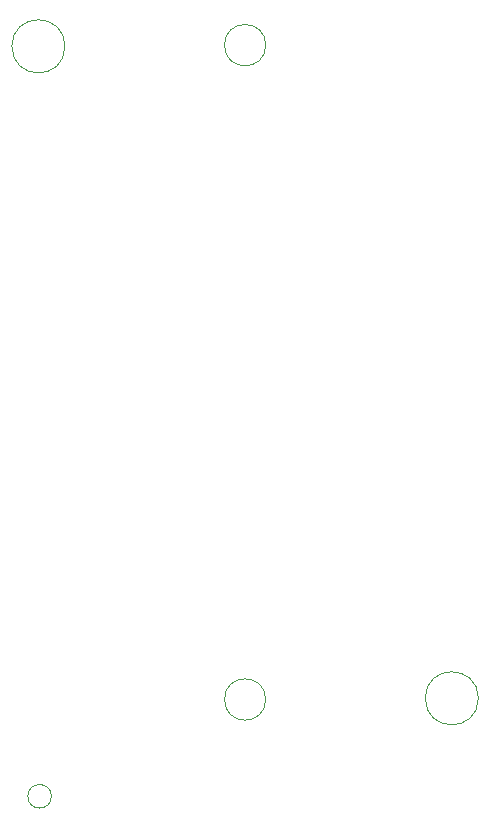
<source format=gm1>
G04*
G04 #@! TF.GenerationSoftware,Altium Limited,Altium Designer,24.2.2 (26)*
G04*
G04 Layer_Color=16711935*
%FSLAX44Y44*%
%MOMM*%
G71*
G04*
G04 #@! TF.SameCoordinates,FA43C0E3-4D26-4613-8E19-43AB185FC845*
G04*
G04*
G04 #@! TF.FilePolarity,Positive*
G04*
G01*
G75*
%ADD56C,0.0254*%
D56*
X344255Y83364D02*
G03*
X344255Y83364I-10000J0D01*
G01*
X705754Y166364D02*
G03*
X705754Y166364I-22500J0D01*
G01*
X355754Y718362D02*
G03*
X355754Y718362I-22500J0D01*
G01*
X525755Y165363D02*
G03*
X525755Y165363I-17500J0D01*
G01*
Y719362D02*
G03*
X525755Y719362I-17500J0D01*
G01*
M02*

</source>
